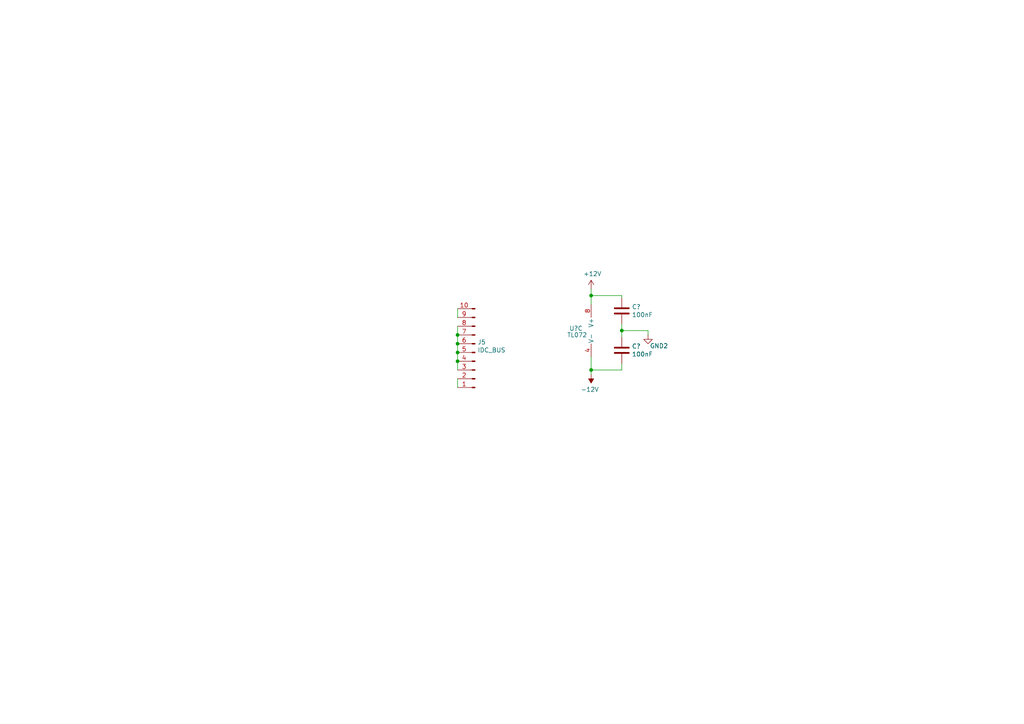
<source format=kicad_sch>
(kicad_sch (version 20211123) (generator eeschema)
  (paper "A4")
  (lib_symbols
    (symbol "Amplifier_Operational:TL072" (pin_names (offset 0.127))
      (property "Reference" "U" (at 0 5.08 0))
      (property "Value" "TL072" (at 0 -5.08 0))
      (symbol "TL072_1_1"
        (polyline (pts (xy -5.08 5.08) (xy 5.08 0) (xy -5.08 -5.08) (xy -5.08 5.08)) (stroke (width 0.254)) (fill (type background)))
        (pin output line (at 7.62 0 180) (length 2.54) (name "~") (number "1"))
        (pin input line (at -7.62 -2.54 0) (length 2.54) (name "-") (number "2"))
        (pin input line (at -7.62 2.54 0) (length 2.54) (name "+") (number "3"))
      )
      (symbol "TL072_2_1"
        (polyline (pts (xy -5.08 5.08) (xy 5.08 0) (xy -5.08 -5.08) (xy -5.08 5.08)) (stroke (width 0.254)) (fill (type background)))
        (pin input line (at -7.62 2.54 0) (length 2.54) (name "+") (number "5"))
        (pin input line (at -7.62 -2.54 0) (length 2.54) (name "-") (number "6"))
        (pin output line (at 7.62 0 180) (length 2.54) (name "~") (number "7"))
      )
      (symbol "TL072_3_1"
        (pin power_in line (at -2.54 -7.62 90) (length 3.81) (name "V-") (number "4"))
        (pin power_in line (at -2.54 7.62 270) (length 3.81) (name "V+") (number "8"))
      )
    )
    (symbol "Connector:Conn_01x10_Male" (pin_names (offset 1.016) hide)
      (property "Reference" "J" (at 0 12.7 0))
      (property "Value" "Conn_01x10_Male" (at 0 -15.24 0))
      (symbol "Conn_01x10_Male_1_1"
        (polyline (pts (xy 1.27 -12.7) (xy 0.8636 -12.7)) (stroke (width 0.1524)))
        (polyline (pts (xy 1.27 -10.16) (xy 0.8636 -10.16)) (stroke (width 0.1524)))
        (polyline (pts (xy 1.27 -7.62) (xy 0.8636 -7.62)) (stroke (width 0.1524)))
        (polyline (pts (xy 1.27 -5.08) (xy 0.8636 -5.08)) (stroke (width 0.1524)))
        (polyline (pts (xy 1.27 -2.54) (xy 0.8636 -2.54)) (stroke (width 0.1524)))
        (polyline (pts (xy 1.27 0) (xy 0.8636 0)) (stroke (width 0.1524)))
        (polyline (pts (xy 1.27 2.54) (xy 0.8636 2.54)) (stroke (width 0.1524)))
        (polyline (pts (xy 1.27 5.08) (xy 0.8636 5.08)) (stroke (width 0.1524)))
        (polyline (pts (xy 1.27 7.62) (xy 0.8636 7.62)) (stroke (width 0.1524)))
        (polyline (pts (xy 1.27 10.16) (xy 0.8636 10.16)) (stroke (width 0.1524)))
        (rectangle (start 0.8636 -12.573) (end 0 -12.827) (stroke (width 0.1524)) (fill (type outline)))
        (rectangle (start 0.8636 -10.033) (end 0 -10.287) (stroke (width 0.1524)) (fill (type outline)))
        (rectangle (start 0.8636 -7.493) (end 0 -7.747) (stroke (width 0.1524)) (fill (type outline)))
        (rectangle (start 0.8636 -4.953) (end 0 -5.207) (stroke (width 0.1524)) (fill (type outline)))
        (rectangle (start 0.8636 -2.413) (end 0 -2.667) (stroke (width 0.1524)) (fill (type outline)))
        (rectangle (start 0.8636 0.127) (end 0 -0.127) (stroke (width 0.1524)) (fill (type outline)))
        (rectangle (start 0.8636 2.667) (end 0 2.413) (stroke (width 0.1524)) (fill (type outline)))
        (rectangle (start 0.8636 5.207) (end 0 4.953) (stroke (width 0.1524)) (fill (type outline)))
        (rectangle (start 0.8636 7.747) (end 0 7.493) (stroke (width 0.1524)) (fill (type outline)))
        (rectangle (start 0.8636 10.287) (end 0 10.033) (stroke (width 0.1524)) (fill (type outline)))
        (pin passive line (at 5.08 10.16 180) (length 3.81) (name "Pin_1") (number "1"))
        (pin passive line (at 5.08 -12.7 180) (length 3.81) (name "Pin_10") (number "10"))
        (pin passive line (at 5.08 7.62 180) (length 3.81) (name "Pin_2") (number "2"))
        (pin passive line (at 5.08 5.08 180) (length 3.81) (name "Pin_3") (number "3"))
        (pin passive line (at 5.08 2.54 180) (length 3.81) (name "Pin_4") (number "4"))
        (pin passive line (at 5.08 0 180) (length 3.81) (name "Pin_5") (number "5"))
        (pin passive line (at 5.08 -2.54 180) (length 3.81) (name "Pin_6") (number "6"))
        (pin passive line (at 5.08 -5.08 180) (length 3.81) (name "Pin_7") (number "7"))
        (pin passive line (at 5.08 -7.62 180) (length 3.81) (name "Pin_8") (number "8"))
        (pin passive line (at 5.08 -10.16 180) (length 3.81) (name "Pin_9") (number "9"))
      )
    )
    (symbol "Device:C" (pin_numbers hide) (pin_names (offset 0.254))
      (property "Reference" "C" (at 0.635 2.54 0))
      (property "Value" "C" (at 0.635 -2.54 0))
      (symbol "C_0_1"
        (polyline (pts (xy -2.032 -0.762) (xy 2.032 -0.762)) (stroke (width 0.508)))
        (polyline (pts (xy -2.032 0.762) (xy 2.032 0.762)) (stroke (width 0.508)))
      )
      (symbol "C_1_1"
        (pin passive line (at 0 3.81 270) (length 2.794) (name "~") (number "1"))
        (pin passive line (at 0 -3.81 90) (length 2.794) (name "~") (number "2"))
      )
    )
    (symbol "power:+12V" (power) (pin_names (offset 0))
      (property "Value" "+12V" (at 0 3.556 0))
      (symbol "+12V_0_1"
        (polyline (pts (xy -0.762 1.27) (xy 0 2.54)))
        (polyline (pts (xy 0 0) (xy 0 2.54)))
        (polyline (pts (xy 0 2.54) (xy 0.762 1.27)))
      )
      (symbol "+12V_1_1"
        (pin power_in line (at 0 0 90) (length 0) hide (name "+12V") (number "1"))
      )
    )
    (symbol "power:-12V" (power) (pin_names (offset 0))
      (property "Value" "-12V" (at 0 3.81 0))
      (symbol "-12V_0_0"
        (pin power_in line (at 0 0 90) (length 0) hide (name "-12V") (number "1"))
      )
      (symbol "-12V_0_1"
        (polyline (pts (xy 0 0) (xy 0 1.27) (xy 0.762 1.27) (xy 0 2.54) (xy -0.762 1.27) (xy 0 1.27)) (fill (type outline)))
      )
    )
    (symbol "power:GND2" (power) (pin_names (offset 0))
      (property "Value" "GND2" (at 0 -3.81 0))
      (symbol "GND2_0_1"
        (polyline (pts (xy 0 0) (xy 0 -1.27) (xy 1.27 -1.27) (xy 0 -2.54) (xy -1.27 -1.27) (xy 0 -1.27)))
      )
      (symbol "GND2_1_1"
        (pin power_in line (at 0 0 270) (length 0) hide (name "GND2") (number "1"))
      )
    )
  )
  (junction (at 171.45 107.315))
  (junction (at 132.715 97.155))
  (junction (at 132.715 102.235))
  (junction (at 132.715 104.775))
  (junction (at 171.45 85.725))
  (junction (at 180.34 95.885))
  (junction (at 132.715 99.695))
  (wire (pts (xy 132.715 102.235) (xy 132.715 104.775)))
  (wire (pts (xy 187.96 95.885) (xy 180.34 95.885)))
  (wire (pts (xy 132.715 104.775) (xy 132.715 107.315)))
  (wire (pts (xy 132.715 109.855) (xy 132.715 112.395)))
  (wire (pts (xy 171.45 107.315) (xy 171.45 108.585)))
  (wire (pts (xy 180.34 95.885) (xy 180.34 97.79)))
  (wire (pts (xy 132.715 94.615) (xy 132.715 97.155)))
  (wire (pts (xy 171.45 83.82) (xy 171.45 85.725)))
  (wire (pts (xy 132.715 97.155) (xy 132.715 99.695)))
  (wire (pts (xy 180.34 107.315) (xy 180.34 105.41)))
  (wire (pts (xy 171.45 103.505) (xy 171.45 107.315)))
  (wire (pts (xy 132.715 99.695) (xy 132.715 102.235)))
  (wire (pts (xy 132.715 89.535) (xy 132.715 92.075)))
  (wire (pts (xy 180.34 85.725) (xy 171.45 85.725)))
  (wire (pts (xy 187.96 97.155) (xy 187.96 95.885)))
  (wire (pts (xy 171.45 107.315) (xy 180.34 107.315)))
  (wire (pts (xy 171.45 85.725) (xy 171.45 88.265)))
  (wire (pts (xy 180.34 86.36) (xy 180.34 85.725)))
  (wire (pts (xy 180.34 93.98) (xy 180.34 95.885)))
  (symbol (lib_id "Connector:Conn_01x10_Male") (at 137.795 102.235 180) (unit 1)
    (property "Reference" "J5" (at 138.5062 99.2378 0) (effects (justify right)))
    (property "Value" "IDC_BUS" (at 138.5062 101.5492 0) (effects (justify right)))
    (property "Footprint" "Connector_IDC:IDC-Header_2x05_P2.54mm_Vertical" (effects hide))
  )
  (symbol (lib_id "power:+12V") (at 171.45 83.82 0) (unit 1)
    (property "Reference" "#PWR?" (effects hide))
    (property "Value" "+12V" (at 171.831 79.4258 0))
  )
  (symbol (lib_id "power:-12V") (at 171.45 108.585 180) (unit 1)
    (property "Reference" "#PWR?" (effects hide))
    (property "Value" "-12V" (at 171.069 112.9792 0))
  )
  (symbol (lib_id "Device:C") (at 180.34 101.6 0) (unit 1)
    (property "Reference" "C?" (at 183.261 100.4316 0) (effects (justify left)))
    (property "Value" "100nF" (at 183.261 102.743 0) (effects (justify left)))
    (property "Footprint" "Capacitor_THT:C_Rect_L7.2mm_W2.5mm_P5.00mm_FKS2_FKP2_MKS2_MKP2" (effects hide))
  )
  (symbol (lib_id "Device:C") (at 180.34 90.17 0) (unit 1)
    (property "Reference" "C?" (at 183.261 89.0016 0) (effects (justify left)))
    (property "Value" "100nF" (at 183.261 91.313 0) (effects (justify left)))
    (property "Footprint" "Capacitor_THT:C_Rect_L7.2mm_W2.5mm_P5.00mm_FKS2_FKP2_MKS2_MKP2" (effects hide))
  )
  (symbol (lib_id "power:GND2") (at 187.96 97.155 0) (unit 1)
    (property "Reference" "#PWR?" (effects hide))
    (property "Value" "GND2" (at 191.135 100.33 0))
  )
  (symbol (lib_id "Amplifier_Operational:TL072") (at 173.99 95.885 0) (unit 3)
    (property "Reference" "U?" (at 165.1 95.25 0) (effects (justify left)))
    (property "Value" "TL072" (at 164.465 97.155 0) (effects (justify left)))
    (property "Footprint" "Package_DIP:DIP-8_W7.62mm" (effects hide))
    (property "Datasheet" "http://www.ti.com/lit/ds/symlink/tl071.pdf" (effects hide))
  )
)
</source>
